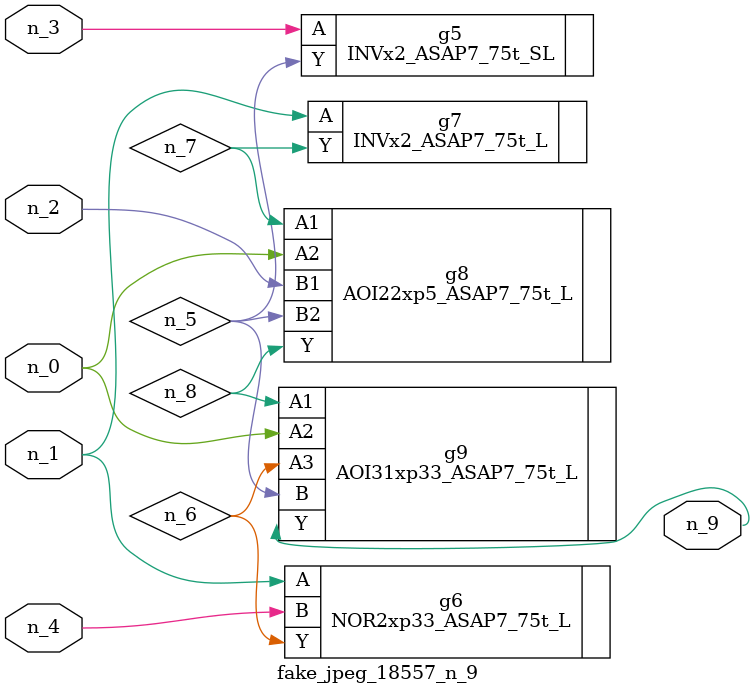
<source format=v>
module fake_jpeg_18557_n_9 (n_3, n_2, n_1, n_0, n_4, n_9);

input n_3;
input n_2;
input n_1;
input n_0;
input n_4;

output n_9;

wire n_8;
wire n_6;
wire n_5;
wire n_7;

INVx2_ASAP7_75t_SL g5 ( 
.A(n_3),
.Y(n_5)
);

NOR2xp33_ASAP7_75t_L g6 ( 
.A(n_1),
.B(n_4),
.Y(n_6)
);

INVx2_ASAP7_75t_L g7 ( 
.A(n_1),
.Y(n_7)
);

AOI22xp5_ASAP7_75t_L g8 ( 
.A1(n_7),
.A2(n_0),
.B1(n_2),
.B2(n_5),
.Y(n_8)
);

AOI31xp33_ASAP7_75t_L g9 ( 
.A1(n_8),
.A2(n_0),
.A3(n_6),
.B(n_5),
.Y(n_9)
);


endmodule
</source>
